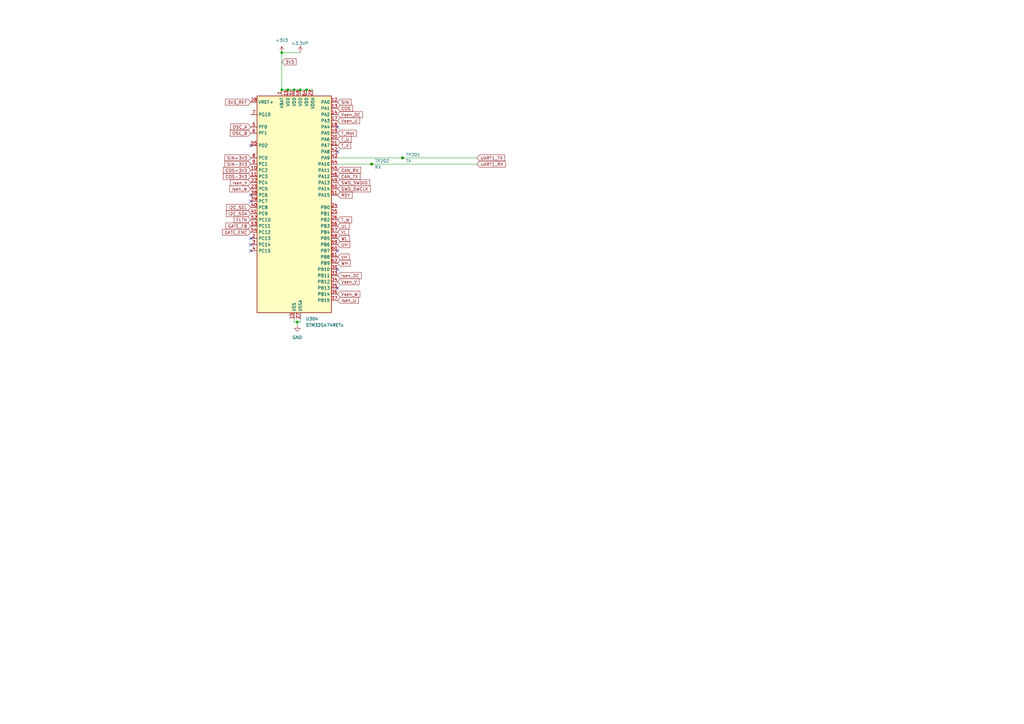
<source format=kicad_sch>
(kicad_sch (version 20231120) (generator "eeschema") (generator_version "8.0")
  (paper "A3")
  (lib_symbols
    (symbol "Connector:TestPoint_Small" (pin_numbers hide) (pin_names (offset 0.762) hide)
      (property "Reference" "TP" (at 0 3.81 0))
      (property "Value" "TestPoint_Small" (at 0 2.032 0))
      (symbol "TestPoint_Small_0_1"
        (circle (center 0 0) (radius 0.508))
      )
      (symbol "TestPoint_Small_1_1"
        (pin passive line (at 0 0 90) (length 0) (name "1") (number "1"))
      )
    )
    (symbol "MCU_ST_STM32G4:STM32G474RETx"
      (property "Reference" "U" (at -15.24 46.99 0))
      (property "Value" "STM32G474RETx" (at 10.16 46.99 0))
      (symbol "STM32G474RETx_0_1"
        (rectangle (start -15.24 -43.18) (end 15.24 45.72) (stroke (width 0.254)) (fill (type background)))
      )
      (symbol "STM32G474RETx_1_1"
        (pin power_in line (at -5.08 48.26 270) (length 2.54) (name "VBAT") (number "1"))
        (pin bidirectional line (at -17.78 15.24 0) (length 2.54) (name "PC2") (number "10"))
        (pin bidirectional line (at -17.78 12.7 0) (length 2.54) (name "PC3") (number "11"))
        (pin bidirectional line (at 17.78 43.18 180) (length 2.54) (name "PA0") (number "12"))
        (pin bidirectional line (at 17.78 40.64 180) (length 2.54) (name "PA1") (number "13"))
        (pin bidirectional line (at 17.78 38.1 180) (length 2.54) (name "PA2") (number "14"))
        (pin power_in line (at 0 -45.72 90) (length 2.54) (name "VSS") (number "15"))
        (pin power_in line (at -2.54 48.26 270) (length 2.54) (name "VDD") (number "16"))
        (pin bidirectional line (at 17.78 35.56 180) (length 2.54) (name "PA3") (number "17"))
        (pin bidirectional line (at 17.78 33.02 180) (length 2.54) (name "PA4") (number "18"))
        (pin bidirectional line (at 17.78 30.48 180) (length 2.54) (name "PA5") (number "19"))
        (pin bidirectional line (at -17.78 -12.7 0) (length 2.54) (name "PC13") (number "2"))
        (pin bidirectional line (at 17.78 27.94 180) (length 2.54) (name "PA6") (number "20"))
        (pin bidirectional line (at 17.78 25.4 180) (length 2.54) (name "PA7") (number "21"))
        (pin bidirectional line (at -17.78 10.16 0) (length 2.54) (name "PC4") (number "22"))
        (pin bidirectional line (at -17.78 7.62 0) (length 2.54) (name "PC5") (number "23"))
        (pin bidirectional line (at 17.78 0 180) (length 2.54) (name "PB0") (number "24"))
        (pin bidirectional line (at 17.78 -2.54 180) (length 2.54) (name "PB1") (number "25"))
        (pin bidirectional line (at 17.78 -5.08 180) (length 2.54) (name "PB2") (number "26"))
        (pin power_in line (at 2.54 -45.72 90) (length 2.54) (name "VSSA") (number "27"))
        (pin input line (at -17.78 43.18 0) (length 2.54) (name "VREF+") (number "28"))
        (pin power_in line (at 7.62 48.26 270) (length 2.54) (name "VDDA") (number "29"))
        (pin bidirectional line (at -17.78 -15.24 0) (length 2.54) (name "PC14") (number "3"))
        (pin bidirectional line (at 17.78 -25.4 180) (length 2.54) (name "PB10") (number "30"))
        (pin passive line (at 0 -45.72 90) (length 2.54) hide (name "VSS") (number "31"))
        (pin power_in line (at 0 48.26 270) (length 2.54) (name "VDD") (number "32"))
        (pin bidirectional line (at 17.78 -27.94 180) (length 2.54) (name "PB11") (number "33"))
        (pin bidirectional line (at 17.78 -30.48 180) (length 2.54) (name "PB12") (number "34"))
        (pin bidirectional line (at 17.78 -33.02 180) (length 2.54) (name "PB13") (number "35"))
        (pin bidirectional line (at 17.78 -35.56 180) (length 2.54) (name "PB14") (number "36"))
        (pin bidirectional line (at 17.78 -38.1 180) (length 2.54) (name "PB15") (number "37"))
        (pin bidirectional line (at -17.78 5.08 0) (length 2.54) (name "PC6") (number "38"))
        (pin bidirectional line (at -17.78 2.54 0) (length 2.54) (name "PC7") (number "39"))
        (pin bidirectional line (at -17.78 -17.78 0) (length 2.54) (name "PC15") (number "4"))
        (pin bidirectional line (at -17.78 0 0) (length 2.54) (name "PC8") (number "40"))
        (pin bidirectional line (at -17.78 -2.54 0) (length 2.54) (name "PC9") (number "41"))
        (pin bidirectional line (at 17.78 22.86 180) (length 2.54) (name "PA8") (number "42"))
        (pin bidirectional line (at 17.78 20.32 180) (length 2.54) (name "PA9") (number "43"))
        (pin bidirectional line (at 17.78 17.78 180) (length 2.54) (name "PA10") (number "44"))
        (pin bidirectional line (at 17.78 15.24 180) (length 2.54) (name "PA11") (number "45"))
        (pin bidirectional line (at 17.78 12.7 180) (length 2.54) (name "PA12") (number "46"))
        (pin passive line (at 0 -45.72 90) (length 2.54) hide (name "VSS") (number "47"))
        (pin power_in line (at 2.54 48.26 270) (length 2.54) (name "VDD") (number "48"))
        (pin bidirectional line (at 17.78 10.16 180) (length 2.54) (name "PA13") (number "49"))
        (pin bidirectional line (at -17.78 33.02 0) (length 2.54) (name "PF0") (number "5"))
        (pin bidirectional line (at 17.78 7.62 180) (length 2.54) (name "PA14") (number "50"))
        (pin bidirectional line (at 17.78 5.08 180) (length 2.54) (name "PA15") (number "51"))
        (pin bidirectional line (at -17.78 -5.08 0) (length 2.54) (name "PC10") (number "52"))
        (pin bidirectional line (at -17.78 -7.62 0) (length 2.54) (name "PC11") (number "53"))
        (pin bidirectional line (at -17.78 -10.16 0) (length 2.54) (name "PC12") (number "54"))
        (pin bidirectional line (at -17.78 25.4 0) (length 2.54) (name "PD2") (number "55"))
        (pin bidirectional line (at 17.78 -7.62 180) (length 2.54) (name "PB3") (number "56"))
        (pin bidirectional line (at 17.78 -10.16 180) (length 2.54) (name "PB4") (number "57"))
        (pin bidirectional line (at 17.78 -12.7 180) (length 2.54) (name "PB5") (number "58"))
        (pin bidirectional line (at 17.78 -15.24 180) (length 2.54) (name "PB6") (number "59"))
        (pin bidirectional line (at -17.78 30.48 0) (length 2.54) (name "PF1") (number "6"))
        (pin bidirectional line (at 17.78 -17.78 180) (length 2.54) (name "PB7") (number "60"))
        (pin bidirectional line (at 17.78 -20.32 180) (length 2.54) (name "PB8") (number "61"))
        (pin bidirectional line (at 17.78 -22.86 180) (length 2.54) (name "PB9") (number "62"))
        (pin passive line (at 0 -45.72 90) (length 2.54) hide (name "VSS") (number "63"))
        (pin power_in line (at 5.08 48.26 270) (length 2.54) (name "VDD") (number "64"))
        (pin bidirectional line (at -17.78 38.1 0) (length 2.54) (name "PG10") (number "7"))
        (pin bidirectional line (at -17.78 20.32 0) (length 2.54) (name "PC0") (number "8"))
        (pin bidirectional line (at -17.78 17.78 0) (length 2.54) (name "PC1") (number "9"))
      )
    )
    (symbol "power:+3V3" (power) (pin_numbers hide) (pin_names (offset 0) hide)
      (property "Value" "+3V3" (at 0 3.556 0))
      (symbol "+3V3_0_1"
        (polyline (pts (xy -0.762 1.27) (xy 0 2.54)))
        (polyline (pts (xy 0 0) (xy 0 2.54)))
        (polyline (pts (xy 0 2.54) (xy 0.762 1.27)))
      )
      (symbol "+3V3_1_1"
        (pin power_in line (at 0 0 90) (length 0) (name "~") (number "1"))
      )
    )
    (symbol "power:GND" (power) (pin_names (offset 0))
      (property "Value" "GND" (at 0 -3.81 0))
      (symbol "GND_0_1"
        (polyline (pts (xy 0 0) (xy 0 -1.27) (xy 1.27 -1.27) (xy 0 -2.54) (xy -1.27 -1.27) (xy 0 -1.27)))
      )
      (symbol "GND_1_1"
        (pin power_in line (at 0 0 270) (length 0) hide (name "GND") (number "1"))
      )
    )
  )
  (junction (at 123.19 36.83))
  (junction (at 152.4 67.31))
  (junction (at 115.57 36.83))
  (junction (at 165.1 64.77))
  (junction (at 118.11 36.83))
  (junction (at 121.92 132.08))
  (junction (at 115.57 21.59))
  (junction (at 120.65 36.83))
  (junction (at 125.73 36.83))
  (no_connect (at 102.87 102.87))
  (no_connect (at 138.43 118.11))
  (no_connect (at 102.87 80.01))
  (no_connect (at 138.43 102.87))
  (no_connect (at 102.87 82.55))
  (no_connect (at 138.43 52.07))
  (no_connect (at 102.87 97.79))
  (no_connect (at 102.87 100.33))
  (no_connect (at 138.43 62.23))
  (no_connect (at 102.87 59.69))
  (no_connect (at 138.43 110.49))
  (wire (pts (xy 115.57 36.83) (xy 118.11 36.83)))
  (wire (pts (xy 123.19 132.08) (xy 123.19 130.81)))
  (wire (pts (xy 195.58 67.31) (xy 152.4 67.31)))
  (wire (pts (xy 152.4 67.31) (xy 138.43 67.31)))
  (wire (pts (xy 115.57 21.59) (xy 115.57 36.83)))
  (wire (pts (xy 121.92 132.08) (xy 123.19 132.08)))
  (wire (pts (xy 123.19 36.83) (xy 125.73 36.83)))
  (wire (pts (xy 195.58 64.77) (xy 165.1 64.77)))
  (wire (pts (xy 165.1 64.77) (xy 138.43 64.77)))
  (wire (pts (xy 115.57 21.59) (xy 123.19 21.59)))
  (wire (pts (xy 120.65 36.83) (xy 123.19 36.83)))
  (wire (pts (xy 118.11 36.83) (xy 120.65 36.83)))
  (wire (pts (xy 120.65 132.08) (xy 121.92 132.08)))
  (wire (pts (xy 120.65 132.08) (xy 120.65 130.81)))
  (wire (pts (xy 125.73 36.83) (xy 128.27 36.83)))
  (wire (pts (xy 121.92 133.35) (xy 121.92 132.08)))
  (global_label "T_V" (shape input) (at 138.43 59.69 0) (property "Intersheetrefs" "${INTERSHEET_REFS}" (effects (hide yes))))
  (global_label "T_U" (shape input) (at 138.43 57.15 0) (property "Intersheetrefs" "${INTERSHEET_REFS}" (effects (hide yes))))
  (global_label "T_Mot" (shape input) (at 138.43 54.61 0) (property "Intersheetrefs" "${INTERSHEET_REFS}" (effects (hide yes))))
  (global_label "SIN+3V3" (shape input) (at 102.87 64.77 180) (property "Intersheetrefs" "${INTERSHEET_REFS}" (effects (hide yes))))
  (global_label "I2C_SDA" (shape input) (at 102.87 87.63 180) (property "Intersheetrefs" "${INTERSHEET_REFS}" (effects (hide yes))))
  (global_label "I2C_SCL" (shape input) (at 102.87 85.09 180) (property "Intersheetrefs" "${INTERSHEET_REFS}" (effects (hide yes))))
  (global_label "UART1_TX" (shape input) (at 195.58 64.77 0) (property "Intersheetrefs" "${INTERSHEET_REFS}" (effects (hide yes))))
  (global_label "GATE_FB" (shape input) (at 102.87 92.71 180) (property "Intersheetrefs" "${INTERSHEET_REFS}" (effects (hide yes))))
  (global_label "Vsen_DC" (shape input) (at 138.43 46.99 0) (property "Intersheetrefs" "${INTERSHEET_REFS}" (effects (hide yes))))
  (global_label "Vsen_U" (shape input) (at 138.43 49.53 0) (property "Intersheetrefs" "${INTERSHEET_REFS}" (effects (hide yes))))
  (global_label "SWD_SWCLK" (shape input) (at 138.43 77.47 0) (property "Intersheetrefs" "${INTERSHEET_REFS}" (effects (hide yes))))
  (global_label "COS+3V3" (shape input) (at 102.87 69.85 180) (property "Intersheetrefs" "${INTERSHEET_REFS}" (effects (hide yes))))
  (global_label "Isen_DC" (shape input) (at 138.43 113.03 0) (property "Intersheetrefs" "${INTERSHEET_REFS}" (effects (hide yes))))
  (global_label "SWD_SWDIO" (shape input) (at 138.43 74.93 0) (property "Intersheetrefs" "${INTERSHEET_REFS}" (effects (hide yes))))
  (global_label "Vsen_V" (shape input) (at 138.43 115.57 0) (property "Intersheetrefs" "${INTERSHEET_REFS}" (effects (hide yes))))
  (global_label "T_W" (shape input) (at 138.43 90.17 0) (property "Intersheetrefs" "${INTERSHEET_REFS}" (effects (hide yes))))
  (global_label "VL" (shape input) (at 138.43 95.25 0) (property "Intersheetrefs" "${INTERSHEET_REFS}" (effects (hide yes))))
  (global_label "CAN_RX" (shape input) (at 138.43 69.85 0) (property "Intersheetrefs" "${INTERSHEET_REFS}" (effects (hide yes))))
  (global_label "OSC_B" (shape input) (at 102.87 54.61 180) (property "Intersheetrefs" "${INTERSHEET_REFS}" (effects (hide yes))))
  (global_label "SIN" (shape input) (at 138.43 41.91 0) (property "Intersheetrefs" "${INTERSHEET_REFS}" (effects (hide yes))))
  (global_label "WL" (shape input) (at 138.43 97.79 0) (property "Intersheetrefs" "${INTERSHEET_REFS}" (effects (hide yes))))
  (global_label "FLTN" (shape input) (at 102.87 90.17 180) (property "Intersheetrefs" "${INTERSHEET_REFS}" (effects (hide yes))))
  (global_label "WH" (shape input) (at 138.43 107.95 0) (property "Intersheetrefs" "${INTERSHEET_REFS}" (effects (hide yes))))
  (global_label "SIN-3V3" (shape input) (at 102.87 67.31 180) (property "Intersheetrefs" "${INTERSHEET_REFS}" (effects (hide yes))))
  (global_label "UL" (shape input) (at 138.43 92.71 0) (property "Intersheetrefs" "${INTERSHEET_REFS}" (effects (hide yes))))
  (global_label "Isen_W" (shape input) (at 102.87 77.47 180) (property "Intersheetrefs" "${INTERSHEET_REFS}" (effects (hide yes))))
  (global_label "CAN_TX" (shape input) (at 138.43 72.39 0) (property "Intersheetrefs" "${INTERSHEET_REFS}" (effects (hide yes))))
  (global_label "Isen_U" (shape input) (at 138.43 123.19 0) (property "Intersheetrefs" "${INTERSHEET_REFS}" (effects (hide yes))))
  (global_label "VH" (shape input) (at 138.43 105.41 0) (property "Intersheetrefs" "${INTERSHEET_REFS}" (effects (hide yes))))
  (global_label "COS-3V3" (shape input) (at 102.87 72.39 180) (property "Intersheetrefs" "${INTERSHEET_REFS}" (effects (hide yes))))
  (global_label "OSC_A" (shape input) (at 102.87 52.07 180) (property "Intersheetrefs" "${INTERSHEET_REFS}" (effects (hide yes))))
  (global_label "UART1_RX" (shape input) (at 195.58 67.31 0) (property "Intersheetrefs" "${INTERSHEET_REFS}" (effects (hide yes))))
  (global_label "RDY" (shape input) (at 138.43 80.01 0) (property "Intersheetrefs" "${INTERSHEET_REFS}" (effects (hide yes))))
  (global_label "COS" (shape input) (at 138.43 44.45 0) (property "Intersheetrefs" "${INTERSHEET_REFS}" (effects (hide yes))))
  (global_label "3V3_REF" (shape input) (at 102.87 41.91 180) (property "Intersheetrefs" "${INTERSHEET_REFS}" (effects (hide yes))))
  (global_label "3V3" (shape input) (at 115.57 25.4 0) (property "Intersheetrefs" "${INTERSHEET_REFS}" (effects (hide yes))))
  (global_label "Isen_V" (shape input) (at 102.87 74.93 180) (property "Intersheetrefs" "${INTERSHEET_REFS}" (effects (hide yes))))
  (global_label "GATE_ENC" (shape input) (at 102.87 95.25 180) (property "Intersheetrefs" "${INTERSHEET_REFS}" (effects (hide yes))))
  (global_label "UH" (shape input) (at 138.43 100.33 0) (property "Intersheetrefs" "${INTERSHEET_REFS}" (effects (hide yes))))
  (global_label "Vsen_W" (shape input) (at 138.43 120.65 0) (property "Intersheetrefs" "${INTERSHEET_REFS}" (effects (hide yes))))
  (symbol (lib_id "Connector:TestPoint_Small") (at 152.4 67.31 0) (unit 1)
    (property "Reference" "TP202" (at 153.67 66.0399 0) (effects (justify left)))
    (property "Value" "RX" (at 153.67 68.5799 0) (effects (justify left)))
    (property "Footprint" "TestPoint:TestPoint_Pad_D1.0mm" (effects (hide yes)))
    (property "Description" "test point" (effects (hide yes)))
  )
  (symbol (lib_id "power:GND") (at 121.92 133.35 0) (unit 1)
    (property "Reference" "#PWR0333" (effects (hide yes)))
    (property "Value" "GND" (at 121.92 138.43 0))
  )
  (symbol (lib_id "power:+3V3") (at 115.57 21.59 0) (unit 1)
    (property "Reference" "#PWR0332" (effects (hide yes)))
    (property "Value" "+3V3" (at 115.57 16.51 0))
  )
  (symbol (lib_id "Connector:TestPoint_Small") (at 165.1 64.77 0) (unit 1)
    (property "Reference" "TP201" (at 166.37 63.4999 0) (effects (justify left)))
    (property "Value" "TX" (at 166.37 66.0399 0) (effects (justify left)))
    (property "Footprint" "TestPoint:TestPoint_Pad_D1.0mm" (effects (hide yes)))
    (property "Description" "test point" (effects (hide yes)))
  )
  (symbol (lib_id "MCU_ST_STM32G4:STM32G474RETx") (at 120.65 85.09 0) (unit 1)
    (property "Reference" "U304" (at 125.3841 130.81 0) (effects (justify left)))
    (property "Value" "STM32G474RETx" (at 125.3841 133.35 0) (effects (justify left)))
    (property "Footprint" "Package_QFP:LQFP-64_10x10mm_P0.5mm" (effects (hide yes)))
    (property "Datasheet" "https://www.st.com/resource/en/datasheet/stm32g474re.pdf" (effects (hide yes)))
    (property "Description" "STMicroelectronics Arm Cortex-M4 MCU, 512KB flash, 128KB RAM, 170 MHz, 1.71-3.6V, 52 GPIO, LQFP64" (effects (hide yes)))
  )
  (symbol (lib_id "power:+3V3") (at 123.19 21.59 0) (unit 1)
    (property "Reference" "#PWR0331" (effects (hide yes)))
    (property "Value" "+3.3VP" (at 119.38 17.78 0) (effects (justify left)))
    (property "Description" "Power symbol creates a global label with name \"+3V3\"" (effects (hide yes)))
  )
)
</source>
